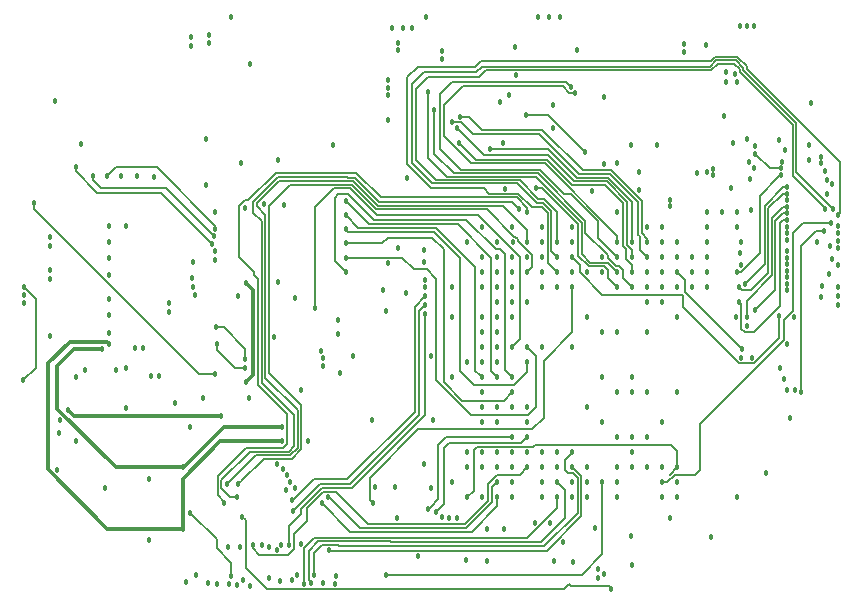
<source format=gbr>
G04 #@! TF.FileFunction,Copper,L3,Inr,Signal*
%FSLAX46Y46*%
G04 Gerber Fmt 4.6, Leading zero omitted, Abs format (unit mm)*
G04 Created by KiCad (PCBNEW 4.0.6-e0-6349~53~ubuntu16.04.1) date Sat May  6 10:48:22 2017*
%MOMM*%
%LPD*%
G01*
G04 APERTURE LIST*
%ADD10C,0.100000*%
%ADD11C,0.457200*%
%ADD12C,0.200000*%
%ADD13C,0.150000*%
%ADD14C,0.300000*%
G04 APERTURE END LIST*
D10*
D11*
X153200000Y-110600000D03*
X152600000Y-110600000D03*
X152000000Y-110600000D03*
X105918000Y-157035500D03*
X123444000Y-110744000D03*
X124206000Y-110744000D03*
X122555000Y-110744000D03*
X148323000Y-123050000D03*
X151587797Y-114645506D03*
X122936000Y-152273000D03*
X116713000Y-157734000D03*
X108648500Y-154686000D03*
X132105000Y-124348890D03*
X114808000Y-154432000D03*
X112141000Y-157353000D03*
X128778000Y-155829000D03*
X155952528Y-129635875D03*
X159385000Y-124841000D03*
X156591000Y-135255000D03*
X151993600Y-129792279D03*
X155800000Y-121100000D03*
X155400000Y-139500000D03*
X131940000Y-120510000D03*
X149540000Y-153810000D03*
X93540000Y-129171620D03*
X93540000Y-128470580D03*
X93540000Y-136867820D03*
X93540000Y-131970700D03*
X93540000Y-131269660D03*
X98614660Y-127510000D03*
X100014200Y-127510000D03*
X103640000Y-134068740D03*
X103640000Y-134767240D03*
X106553000Y-142113000D03*
X147265000Y-112110000D03*
X147240000Y-112810000D03*
X150845000Y-115325000D03*
X151785000Y-115325000D03*
X150845000Y-114485000D03*
X121793000Y-132969000D03*
X122174000Y-130678600D03*
X94361000Y-145034000D03*
X137900000Y-156000000D03*
X144957000Y-120700000D03*
X143421000Y-122974000D03*
X96202000Y-120541000D03*
X94002000Y-116941000D03*
X115402006Y-145741000D03*
X114805000Y-141400000D03*
X94202000Y-148141000D03*
X98202000Y-149741000D03*
X102002000Y-148941000D03*
X102002000Y-154141000D03*
X100752000Y-137840994D03*
X101413740Y-137850000D03*
X98602000Y-136541000D03*
X98602000Y-135091000D03*
X98602000Y-133691000D03*
X98602000Y-131641000D03*
X98602000Y-130191000D03*
X98602000Y-128841000D03*
X100005000Y-142900000D03*
X104140000Y-142494000D03*
X112882400Y-121963000D03*
X111671000Y-125646000D03*
X106805000Y-124077000D03*
X106807000Y-120142000D03*
X109766000Y-122150000D03*
X107061000Y-111379000D03*
X107060994Y-112014000D03*
X110528000Y-113830000D03*
X126746000Y-112692000D03*
X126746000Y-113411000D03*
X132461000Y-116459000D03*
X123063000Y-112014000D03*
X123063000Y-112649000D03*
X137791749Y-127638251D03*
X149225000Y-122936000D03*
X149733000Y-122682000D03*
X149733000Y-123190000D03*
X143421000Y-124460000D03*
X142875000Y-156210000D03*
X135255000Y-137795000D03*
X142875000Y-141605000D03*
X144145000Y-141605000D03*
X142875000Y-140335000D03*
X127635000Y-140335000D03*
X128905000Y-139065000D03*
X130175000Y-150495000D03*
X112882400Y-132275000D03*
X151765000Y-150495000D03*
X127635000Y-132715000D03*
X127635000Y-135255000D03*
X137795000Y-137795000D03*
X140335000Y-140335000D03*
X141605000Y-141605000D03*
X139065000Y-142875000D03*
X128905000Y-128905000D03*
X130175000Y-127635000D03*
X132715000Y-127635000D03*
X135255000Y-127635000D03*
X136205000Y-119250000D03*
X136205000Y-117250000D03*
X141605000Y-136525000D03*
X140335000Y-136525000D03*
X139065000Y-135255000D03*
X144145000Y-136525000D03*
X144145000Y-127635000D03*
X145415000Y-127635000D03*
X149225000Y-127635000D03*
X102112411Y-140228610D03*
X117513000Y-120693000D03*
X102813280Y-140208000D03*
X113405000Y-125730000D03*
X114300000Y-133604000D03*
X105537000Y-112268000D03*
X105537000Y-111506000D03*
X153289000Y-120749600D03*
X157861000Y-120634620D03*
X122174000Y-116459000D03*
X122174000Y-115824000D03*
X122155000Y-115150000D03*
X146050000Y-125349000D03*
X146050000Y-125857000D03*
X124714000Y-155448000D03*
X155957342Y-128678664D03*
X123805000Y-123444000D03*
X122800000Y-149600000D03*
X121100000Y-149600000D03*
X140455000Y-116600000D03*
X140455000Y-122308000D03*
X125387000Y-109850000D03*
X108877000Y-109850000D03*
X134912000Y-109850000D03*
X135801000Y-109850000D03*
X136774000Y-109850000D03*
X151384000Y-120523000D03*
X155340000Y-120271000D03*
X132969000Y-112395000D03*
X131705000Y-117050000D03*
X133005022Y-114753954D03*
X95758000Y-145700000D03*
X109474000Y-133477000D03*
X96516620Y-139700000D03*
X110105000Y-125984000D03*
X113157000Y-154559000D03*
X122005000Y-134750000D03*
X122205000Y-118550000D03*
X123063000Y-129413000D03*
X141605000Y-126365000D03*
X158051500Y-117094000D03*
X123761500Y-133159500D03*
X119205000Y-138550000D03*
X125805000Y-138550000D03*
X120805000Y-143950000D03*
X126005000Y-143950000D03*
X156250000Y-143800000D03*
X151200004Y-124300000D03*
X141605000Y-122150000D03*
X142748000Y-153797000D03*
X146685000Y-135255000D03*
X145415000Y-133985000D03*
X144145000Y-133985000D03*
X109410500Y-157924500D03*
X136271000Y-155892500D03*
X130619500Y-155892500D03*
X146050000Y-152273000D03*
X142875000Y-146685000D03*
X141605000Y-149225000D03*
X146685000Y-150495000D03*
X160337500Y-127508000D03*
X160274000Y-132715000D03*
X160274000Y-133477002D03*
X160274002Y-134239000D03*
X160274000Y-129413001D03*
X160274000Y-128777998D03*
X160274000Y-128143002D03*
X160274000Y-130810000D03*
X142875000Y-145415000D03*
X141605000Y-150495000D03*
X145415000Y-150495000D03*
X159639000Y-129206600D03*
X158956390Y-132588000D03*
X139065000Y-150495000D03*
X140462000Y-156972000D03*
X137795000Y-150495000D03*
X115062000Y-157861000D03*
X136525000Y-150495000D03*
X107759500Y-157797500D03*
X135255000Y-150495000D03*
X113030000Y-157607000D03*
X132715000Y-150495000D03*
X116586000Y-151003000D03*
X131445000Y-150495000D03*
X146685000Y-147955000D03*
X128905000Y-150495000D03*
X128048575Y-152264857D03*
X137033000Y-154253000D03*
X127635000Y-149225000D03*
X146685000Y-149225000D03*
X159666321Y-127294224D03*
X145415000Y-149225000D03*
X158496000Y-128836642D03*
X159512000Y-131572000D03*
X122047000Y-157035500D03*
X140335000Y-149225000D03*
X139954000Y-157353000D03*
X139065000Y-149225000D03*
X137795000Y-149225000D03*
X132016500Y-153162000D03*
X115697000Y-157734000D03*
X136525000Y-149225000D03*
X117729000Y-157861000D03*
X135255000Y-149225000D03*
X112762999Y-154953001D03*
X132715000Y-149225000D03*
X117094000Y-150495000D03*
X131445000Y-149225000D03*
X145415000Y-147955000D03*
X128905000Y-146685000D03*
X157200000Y-141600000D03*
X159111324Y-127979430D03*
X144145000Y-147955000D03*
X156618093Y-141434328D03*
X159766000Y-130302000D03*
X142875000Y-147955000D03*
X155967997Y-141390379D03*
X141605000Y-147955000D03*
X158877000Y-133556400D03*
X139954000Y-156591000D03*
X139065000Y-147955000D03*
X117221000Y-154952632D03*
X137795000Y-147955000D03*
X108775500Y-157861000D03*
X136525000Y-147955000D03*
X117770502Y-157193527D03*
X135255000Y-147955000D03*
X110744000Y-154559000D03*
X133985000Y-147955000D03*
X125222000Y-147701000D03*
X111506000Y-154559000D03*
X125870000Y-149720000D03*
X132715000Y-147955000D03*
X112141000Y-154686000D03*
X128905000Y-147955000D03*
X131445000Y-147955000D03*
X130605000Y-153150000D03*
X130175000Y-147955000D03*
X154200000Y-148400000D03*
X138200000Y-112600000D03*
X139700000Y-153100000D03*
X141605000Y-145415000D03*
X132715000Y-135255000D03*
X132715000Y-132715000D03*
X115951000Y-157099000D03*
X137795000Y-146685000D03*
X135890000Y-152653996D03*
X136525000Y-146685000D03*
X134620000Y-152654000D03*
X135255000Y-146685000D03*
X133985000Y-146685000D03*
X132715000Y-146685000D03*
X114046000Y-157480000D03*
X131445000Y-146685000D03*
X114506402Y-157099000D03*
X130175000Y-146685000D03*
X109664500Y-154686000D03*
X144145000Y-145415000D03*
X126238000Y-151765000D03*
X133985000Y-145415000D03*
X125603000Y-151511000D03*
X132715000Y-145415000D03*
X145415000Y-144145000D03*
X140335000Y-144145000D03*
X149140000Y-112210000D03*
X133985000Y-144145000D03*
X113665000Y-148590000D03*
X131445000Y-144145000D03*
X113919000Y-149225000D03*
X130175000Y-144145000D03*
X113538000Y-149860000D03*
X133985000Y-142875000D03*
X114300000Y-149733000D03*
X132715000Y-142875000D03*
X112776000Y-147701000D03*
X131445000Y-142875000D03*
X113284000Y-148082000D03*
X130175000Y-142875000D03*
X146685000Y-141605000D03*
X118600000Y-129000000D03*
X132715000Y-141605000D03*
X118100000Y-140000000D03*
X130175000Y-141605000D03*
X118600000Y-131400000D03*
X132715000Y-140335000D03*
X118600000Y-125400000D03*
X131445000Y-140335000D03*
X118600000Y-126600000D03*
X130175000Y-140335000D03*
X118600000Y-127800000D03*
X133985000Y-139065000D03*
X118000000Y-136700000D03*
X131445000Y-139065000D03*
X118000000Y-135500000D03*
X130175000Y-139065000D03*
X118600000Y-130200000D03*
X133985000Y-137795000D03*
X116000000Y-134500000D03*
X132715000Y-137795000D03*
X116700000Y-138700000D03*
X131445000Y-137795000D03*
X110400000Y-142100000D03*
X130175000Y-137795000D03*
X116507199Y-138100000D03*
X131445000Y-136525000D03*
X116718781Y-139338308D03*
X130175000Y-136525000D03*
X113792000Y-154559000D03*
X125349000Y-135001000D03*
X131445000Y-135255000D03*
X114147384Y-151629462D03*
X125349000Y-134239000D03*
X130175000Y-135255000D03*
X134005000Y-133950000D03*
X125205000Y-129550000D03*
X114046000Y-150749000D03*
X125349000Y-133477000D03*
X132715000Y-133985000D03*
X131405000Y-133950000D03*
X125205000Y-130550000D03*
X155951694Y-127007090D03*
X151886602Y-133916811D03*
X155945085Y-126449917D03*
X153289000Y-134619990D03*
X155965732Y-125893088D03*
X152549610Y-135210000D03*
X149225000Y-132715000D03*
X152549610Y-136010000D03*
X147955000Y-132715000D03*
X146685000Y-132715000D03*
X145415000Y-132715000D03*
X155956595Y-131864598D03*
X144145000Y-132715000D03*
X126111000Y-117729000D03*
X142875000Y-132715000D03*
X134747000Y-124333000D03*
X141605000Y-132715000D03*
X105092500Y-157670500D03*
X120967500Y-151003000D03*
X137795000Y-132715000D03*
X152123390Y-138715827D03*
X136525000Y-132715000D03*
X142748000Y-120650000D03*
X135255000Y-132715000D03*
X159750000Y-124000000D03*
X125349000Y-132715000D03*
X131445000Y-132715000D03*
X159350000Y-123600000D03*
X130175000Y-132715000D03*
X125349000Y-132080000D03*
X155955466Y-125335970D03*
X155946674Y-124778828D03*
X151900000Y-132700000D03*
X156000563Y-124224228D03*
X152412820Y-132412820D03*
X149225000Y-131445000D03*
X155475982Y-123179154D03*
X151740000Y-131410000D03*
X147955000Y-131445000D03*
X152146002Y-137922000D03*
X155568252Y-122066511D03*
X146685000Y-131445000D03*
X155959019Y-130750192D03*
X145415000Y-131445000D03*
X155954885Y-131307389D03*
X144145000Y-131445000D03*
X128231240Y-120523000D03*
X142875000Y-131445000D03*
X125603000Y-116205000D03*
X141605000Y-131445000D03*
X140335000Y-131445000D03*
X139065000Y-131445000D03*
X137795000Y-131445000D03*
X160274000Y-126619000D03*
X136477400Y-131445000D03*
X153035000Y-138684000D03*
X151696400Y-135255000D03*
X135255000Y-131445000D03*
X109537498Y-149352000D03*
X133985000Y-131445000D03*
X150622000Y-118237000D03*
X132715000Y-131445000D03*
X131445000Y-131445000D03*
X152590500Y-120142000D03*
X130175000Y-131445000D03*
X152091444Y-130810000D03*
X152908000Y-126174500D03*
X152096390Y-128910000D03*
X149225000Y-130175000D03*
X155509107Y-122620575D03*
X153308000Y-121414000D03*
X147955000Y-130175000D03*
X155948285Y-127564292D03*
X146685000Y-130175000D03*
X155948797Y-130193074D03*
X145415000Y-130175000D03*
X127635000Y-118749240D03*
X144145000Y-130175000D03*
X128019380Y-119249620D03*
X142875000Y-130175000D03*
X137690643Y-115731469D03*
X141605000Y-130175000D03*
X155953444Y-132421801D03*
X140335000Y-130175000D03*
X155321001Y-135128000D03*
X137795000Y-130175000D03*
X159884856Y-126078423D03*
X136525000Y-130175000D03*
X156004531Y-132976666D03*
X135255000Y-130175000D03*
X108331000Y-151003000D03*
X133985000Y-126301500D03*
X133985000Y-130175000D03*
X132715000Y-130175000D03*
X131445000Y-130175000D03*
X130175000Y-130175000D03*
X152809061Y-123520147D03*
X153170331Y-122588085D03*
X149225000Y-128905000D03*
X152740000Y-122100000D03*
X155949843Y-128121502D03*
X146685000Y-128905000D03*
X145415000Y-128905000D03*
X144145000Y-128905000D03*
X128270000Y-118248860D03*
X130810000Y-121031000D03*
X142875000Y-128905000D03*
X138002580Y-116252420D03*
X141605000Y-128905000D03*
X137795000Y-128905000D03*
X159233066Y-126038456D03*
X136525000Y-128905000D03*
X108585000Y-149352000D03*
X133985000Y-128905000D03*
X133286500Y-126047500D03*
X109410500Y-150495000D03*
X132764066Y-128855934D03*
X158821390Y-122206565D03*
X151765000Y-127635000D03*
X158821390Y-121649352D03*
X151765000Y-126365000D03*
X157861000Y-121920000D03*
X149225000Y-126365000D03*
X150495000Y-126365000D03*
X126746000Y-152146000D03*
X127381000Y-152273000D03*
X133858000Y-118110001D03*
X138905000Y-121250000D03*
X91376500Y-132715000D03*
X91313000Y-140589000D03*
X94389808Y-143925692D03*
X91355578Y-133370922D03*
X91366406Y-134058594D03*
X95758000Y-140335000D03*
X108077000Y-143637000D03*
X95117080Y-143123080D03*
X98002000Y-137941000D03*
X113202000Y-144541000D03*
X104802000Y-147941000D03*
X98602000Y-137541000D03*
X113202000Y-145741000D03*
X104802000Y-153141000D03*
X99202000Y-139741000D03*
X100002000Y-139541000D03*
X105854500Y-133350000D03*
X105727500Y-132651500D03*
X105600500Y-131953000D03*
X105727500Y-130556000D03*
X155701996Y-140462000D03*
X159200000Y-122850000D03*
X109855000Y-152146000D03*
X141097000Y-158242000D03*
X155956000Y-137541000D03*
X110553500Y-157988000D03*
X112569610Y-136906000D03*
X105410000Y-144526000D03*
X109924873Y-157471078D03*
X106934000Y-157734000D03*
X107569000Y-130429000D03*
X102405000Y-123360000D03*
X107569000Y-129667000D03*
X100965000Y-123317000D03*
X107315000Y-129032000D03*
X95758000Y-122555000D03*
X107442000Y-128397000D03*
X97193000Y-123317000D03*
X107569000Y-127762000D03*
X98381000Y-123317000D03*
X107569000Y-126365000D03*
X99606000Y-123317000D03*
X110202000Y-140741000D03*
X110202000Y-132341000D03*
X92201984Y-125541000D03*
X107569000Y-140081000D03*
X107639723Y-136087723D03*
X110109000Y-138811000D03*
X107696000Y-137541000D03*
X110109000Y-139573000D03*
X135255000Y-128905000D03*
X108902500Y-157162500D03*
X105473500Y-151828500D03*
X131445000Y-128905000D03*
X139446000Y-124587000D03*
D12*
X115950330Y-153924000D02*
X115062000Y-154812330D01*
X136525000Y-151383330D02*
X133984330Y-153924000D01*
X136525000Y-150495000D02*
X136525000Y-151383330D01*
X133984330Y-153924000D02*
X115950330Y-153924000D01*
X115062000Y-157537711D02*
X115062000Y-157861000D01*
X115062000Y-154812330D02*
X115062000Y-157537711D01*
X116586000Y-151003000D02*
X118999000Y-153416000D01*
X118999000Y-153416000D02*
X129286000Y-153416000D01*
X129286000Y-153416000D02*
X131445000Y-151257000D01*
X131445000Y-151257000D02*
X131445000Y-150495000D01*
X128905000Y-150495000D02*
X129476500Y-149923500D01*
X129476500Y-146494500D02*
X129747990Y-146223010D01*
X129476500Y-149923500D02*
X129476500Y-146494500D01*
X129747990Y-146223010D02*
X134446990Y-146223010D01*
X134446990Y-146223010D02*
X134620000Y-146050000D01*
X134620000Y-146050000D02*
X146177000Y-146050000D01*
X146177000Y-146050000D02*
X146685000Y-146558000D01*
X146685000Y-146558000D02*
X146685000Y-147955000D01*
X146685000Y-147955000D02*
X146050000Y-148590000D01*
X148590000Y-148209000D02*
X148590000Y-144272000D01*
X148590000Y-144272000D02*
X155702000Y-137160000D01*
X145839278Y-149225000D02*
X146474278Y-148590000D01*
X155702000Y-135509670D02*
X156464000Y-134747670D01*
X148209000Y-148590000D02*
X148590000Y-148209000D01*
X157312776Y-127294224D02*
X159343032Y-127294224D01*
X156464000Y-134747670D02*
X156464000Y-128143000D01*
X145415000Y-149225000D02*
X145839278Y-149225000D01*
X156464000Y-128143000D02*
X157312776Y-127294224D01*
X146474278Y-148590000D02*
X148209000Y-148590000D01*
X155702000Y-137160000D02*
X155702000Y-135509670D01*
X159343032Y-127294224D02*
X159666321Y-127294224D01*
X122370289Y-157035500D02*
X122047000Y-157035500D01*
X140335000Y-149225000D02*
X140335000Y-155321000D01*
X140335000Y-155321000D02*
X138620500Y-157035500D01*
X138620500Y-157035500D02*
X122370289Y-157035500D01*
X136525000Y-149225000D02*
X137160000Y-149860000D01*
X115468401Y-157505401D02*
X115697000Y-157734000D01*
X137160000Y-149860000D02*
X137160000Y-152273000D01*
X137160000Y-152273000D02*
X135128000Y-154305000D01*
X135128000Y-154305000D02*
X122428000Y-154305000D01*
X122428000Y-154305000D02*
X122347011Y-154224011D01*
X122347011Y-154224011D02*
X116285319Y-154224011D01*
X116285319Y-154224011D02*
X115468401Y-155040929D01*
X115468401Y-155040929D02*
X115468401Y-157505401D01*
X131445000Y-149225000D02*
X131016399Y-149653601D01*
X131016399Y-149653601D02*
X131016399Y-150923601D01*
X119824500Y-153098500D02*
X117221000Y-150495000D01*
X131016399Y-150923601D02*
X128841500Y-153098500D01*
X128841500Y-153098500D02*
X119824500Y-153098500D01*
X117221000Y-150495000D02*
X117094000Y-150495000D01*
X158405570Y-127979430D02*
X157200000Y-129185000D01*
X157200000Y-129185000D02*
X157200000Y-141276711D01*
X157200000Y-141276711D02*
X157200000Y-141600000D01*
X159111324Y-127979430D02*
X158405570Y-127979430D01*
X137795000Y-147955000D02*
X138557000Y-148717000D01*
X138557000Y-148717000D02*
X138557000Y-152094670D01*
X135648170Y-155003500D02*
X117271868Y-155003500D01*
X138557000Y-152094670D02*
X135648170Y-155003500D01*
X117271868Y-155003500D02*
X117221000Y-154952632D01*
X133985000Y-147955000D02*
X133350000Y-148590000D01*
X133350000Y-148590000D02*
X131445670Y-148590000D01*
X131445670Y-148590000D02*
X130683000Y-149352670D01*
X116676879Y-150066399D02*
X115316000Y-151427278D01*
X115316000Y-152527000D02*
X114220601Y-153622399D01*
X130683000Y-149352670D02*
X130683000Y-150832722D01*
X130683000Y-150832722D02*
X128734722Y-152781000D01*
X128734722Y-152781000D02*
X120523000Y-152781000D01*
X120523000Y-152781000D02*
X117808399Y-150066399D01*
X117808399Y-150066399D02*
X116676879Y-150066399D01*
X115316000Y-151427278D02*
X115316000Y-152527000D01*
X114220601Y-153622399D02*
X114220601Y-154892399D01*
X114220601Y-154892399D02*
X113731398Y-155381602D01*
X110744000Y-154813000D02*
X110744000Y-154559000D01*
X113731398Y-155381602D02*
X111312602Y-155381602D01*
X111312602Y-155381602D02*
X110744000Y-154813000D01*
X115951000Y-157099000D02*
X115951000Y-155194000D01*
X117948022Y-154524022D02*
X118046500Y-154622500D01*
X115951000Y-155194000D02*
X116620978Y-154524022D01*
X138256990Y-151811010D02*
X138256990Y-148841268D01*
X116620978Y-154524022D02*
X117948022Y-154524022D01*
X137878722Y-148463000D02*
X137414000Y-148463000D01*
X118046500Y-154622500D02*
X135445500Y-154622500D01*
X135445500Y-154622500D02*
X138256990Y-151811010D01*
X138256990Y-148841268D02*
X137878722Y-148463000D01*
X137566401Y-146913599D02*
X137795000Y-146685000D01*
X137414000Y-148463000D02*
X137160000Y-148209000D01*
X137160000Y-148209000D02*
X137160000Y-147320000D01*
X137160000Y-147320000D02*
X137566401Y-146913599D01*
X126974599Y-146329401D02*
X126974599Y-151028401D01*
X127381000Y-145923000D02*
X126974599Y-146329401D01*
X133477000Y-145923000D02*
X127381000Y-145923000D01*
X133985000Y-145415000D02*
X133477000Y-145923000D01*
X126974599Y-151028401D02*
X126466599Y-151536401D01*
X126466599Y-151536401D02*
X126238000Y-151765000D01*
X126466599Y-150647401D02*
X125831599Y-151282401D01*
X127127000Y-145415000D02*
X126466599Y-146075401D01*
X132715000Y-145415000D02*
X127127000Y-145415000D01*
X126466599Y-146075401D02*
X126466599Y-150647401D01*
X125831599Y-151282401D02*
X125603000Y-151511000D01*
X118600000Y-129000000D02*
X121700000Y-129000000D01*
X132695000Y-141605000D02*
X132715000Y-141605000D01*
X121700000Y-129000000D02*
X122200000Y-128500000D01*
X122200000Y-128500000D02*
X125900000Y-128500000D01*
X125900000Y-128500000D02*
X126900000Y-129500000D01*
X126900000Y-129500000D02*
X126900000Y-140700000D01*
X126900000Y-140700000D02*
X128500000Y-142300000D01*
X128500000Y-142300000D02*
X132003601Y-142300000D01*
X132003601Y-142300000D02*
X132003601Y-142296399D01*
X132003601Y-142296399D02*
X132695000Y-141605000D01*
X118600000Y-131400000D02*
X117700000Y-130500000D01*
X117700000Y-130500000D02*
X117700000Y-125124000D01*
X117700000Y-125124000D02*
X117983000Y-124841000D01*
X117983000Y-124841000D02*
X118828721Y-124841000D01*
X118828721Y-124841000D02*
X120987721Y-127000000D01*
X128831670Y-127000000D02*
X131331670Y-129500000D01*
X120987721Y-127000000D02*
X128831670Y-127000000D01*
X131331670Y-129500000D02*
X131700000Y-129500000D01*
X131700000Y-129500000D02*
X132100000Y-129900000D01*
X132100000Y-129900000D02*
X132100000Y-139720000D01*
X132100000Y-139720000D02*
X132486401Y-140106401D01*
X132486401Y-140106401D02*
X132715000Y-140335000D01*
X130900000Y-139790000D02*
X131216401Y-140106401D01*
X130900000Y-130191670D02*
X130900000Y-139790000D01*
X128089330Y-127381000D02*
X130900000Y-130191670D01*
X118600000Y-125400000D02*
X120581000Y-127381000D01*
X120581000Y-127381000D02*
X128089330Y-127381000D01*
X131216401Y-140106401D02*
X131445000Y-140335000D01*
X129946401Y-140106401D02*
X130175000Y-140335000D01*
X129600000Y-139760000D02*
X129946401Y-140106401D01*
X129600000Y-131000000D02*
X129600000Y-139760000D01*
X126281011Y-127681011D02*
X129600000Y-131000000D01*
X119681011Y-127681011D02*
X126281011Y-127681011D01*
X118600000Y-126600000D02*
X119681011Y-127681011D01*
X129500000Y-141000000D02*
X132900000Y-141000000D01*
X133985000Y-139388289D02*
X133985000Y-139065000D01*
X118600000Y-127800000D02*
X118828599Y-128028599D01*
X128300000Y-139800000D02*
X129500000Y-141000000D01*
X133985000Y-139915000D02*
X133985000Y-139388289D01*
X118828599Y-128028599D02*
X126128599Y-128028599D01*
X126128599Y-128028599D02*
X128300000Y-130200000D01*
X128300000Y-130200000D02*
X128300000Y-139800000D01*
X132900000Y-141000000D02*
X133985000Y-139915000D01*
X134700000Y-142868330D02*
X134700000Y-138510000D01*
X134700000Y-138510000D02*
X133985000Y-137795000D01*
X129205012Y-143500000D02*
X134068330Y-143500000D01*
X134068330Y-143500000D02*
X134700000Y-142868330D01*
X126300000Y-132000000D02*
X126300000Y-140594988D01*
X126300000Y-140594988D02*
X129205012Y-143500000D01*
X125500000Y-131200000D02*
X126300000Y-132000000D01*
X124400000Y-131200000D02*
X125500000Y-131200000D01*
X123400000Y-130200000D02*
X124400000Y-131200000D01*
X118600000Y-130200000D02*
X123400000Y-130200000D01*
X132715000Y-137795000D02*
X133400000Y-137110000D01*
X133400000Y-137110000D02*
X133400000Y-130161500D01*
X133400000Y-130161500D02*
X129857500Y-126619000D01*
X129857500Y-126619000D02*
X121285000Y-126619000D01*
X121285000Y-126619000D02*
X118999000Y-124333000D01*
X118999000Y-124333000D02*
X117602000Y-124333000D01*
X117602000Y-124333000D02*
X116000000Y-125935000D01*
X116000000Y-125935000D02*
X116000000Y-134500000D01*
X125349000Y-135001000D02*
X125349000Y-143510000D01*
X125349000Y-143510000D02*
X119126000Y-149733000D01*
X116586000Y-149733000D02*
X114808000Y-151511000D01*
X119126000Y-149733000D02*
X116586000Y-149733000D01*
X114808000Y-151511000D02*
X114808000Y-151892000D01*
X114808000Y-151892000D02*
X113792000Y-152908000D01*
X113792000Y-152908000D02*
X113792000Y-154559000D01*
X114375983Y-151400863D02*
X114147384Y-151629462D01*
X124841000Y-134747000D02*
X124841000Y-143510000D01*
X116424846Y-149352000D02*
X114375983Y-151400863D01*
X124841000Y-143510000D02*
X118999000Y-149352000D01*
X118999000Y-149352000D02*
X116424846Y-149352000D01*
X125349000Y-134239000D02*
X124841000Y-134747000D01*
X125349000Y-133477000D02*
X124460000Y-134366000D01*
X124460000Y-134366000D02*
X124460000Y-143256000D01*
X124460000Y-143256000D02*
X118745000Y-148971000D01*
X118745000Y-148971000D02*
X115951000Y-148971000D01*
X115951000Y-148971000D02*
X114173000Y-150749000D01*
X114173000Y-150749000D02*
X114046000Y-150749000D01*
D13*
X152400000Y-136500000D02*
X153200000Y-136500000D01*
X155628405Y-127007090D02*
X155951694Y-127007090D01*
X155371401Y-127264094D02*
X155628405Y-127007090D01*
X155371401Y-134328599D02*
X155371401Y-127264094D01*
X153200000Y-136500000D02*
X155371401Y-134328599D01*
X152115201Y-136215201D02*
X152400000Y-136500000D01*
X151886602Y-133916811D02*
X152115201Y-134145410D01*
X152115201Y-134145410D02*
X152115201Y-136215201D01*
X153289000Y-134619990D02*
X155000000Y-132908990D01*
X155621796Y-126449917D02*
X155945085Y-126449917D01*
X155000000Y-132908990D02*
X155000000Y-127071713D01*
X155000000Y-127071713D02*
X155621796Y-126449917D01*
X152549610Y-133850390D02*
X154700000Y-131700000D01*
X152549610Y-135210000D02*
X152549610Y-133850390D01*
X155642443Y-125893088D02*
X155965732Y-125893088D01*
X154700000Y-126835531D02*
X155642443Y-125893088D01*
X154700000Y-131700000D02*
X154700000Y-126835531D01*
X126111000Y-118052289D02*
X126111000Y-117729000D01*
X127762000Y-123063000D02*
X126111000Y-121412000D01*
X138903020Y-127054410D02*
X134911610Y-123063000D01*
X138903020Y-128071690D02*
X138903020Y-127054410D01*
X140843000Y-130258722D02*
X140843000Y-130011670D01*
X141521278Y-130937000D02*
X140843000Y-130258722D01*
X141768330Y-130937000D02*
X141521278Y-130937000D01*
X142113000Y-131953000D02*
X142113000Y-131281670D01*
X142875000Y-132715000D02*
X142113000Y-131953000D01*
X140843000Y-130011670D02*
X138903020Y-128071690D01*
X134911610Y-123063000D02*
X127762000Y-123063000D01*
X142113000Y-131281670D02*
X141768330Y-130937000D01*
X126111000Y-121412000D02*
X126111000Y-118052289D01*
X138303000Y-130048000D02*
X138303000Y-127381000D01*
X140843000Y-131953000D02*
X140843000Y-131281670D01*
X141605000Y-132715000D02*
X140843000Y-131953000D01*
X140843000Y-131281670D02*
X140498330Y-130937000D01*
X140498330Y-130937000D02*
X139192000Y-130937000D01*
X139192000Y-130937000D02*
X138303000Y-130048000D01*
X138303000Y-127381000D02*
X135255000Y-124333000D01*
X135255000Y-124333000D02*
X135211722Y-124333000D01*
X135211722Y-124333000D02*
X134747000Y-124333000D01*
D12*
X124777500Y-144716500D02*
X120671399Y-148822601D01*
X120671399Y-148822601D02*
X120671399Y-150706899D01*
X120671399Y-150706899D02*
X120967500Y-151003000D01*
X134429500Y-144716500D02*
X124777500Y-144716500D01*
X135382000Y-143764000D02*
X134429500Y-144716500D01*
X135382000Y-138938000D02*
X135382000Y-143764000D01*
X137795000Y-136525000D02*
X135382000Y-138938000D01*
X137795000Y-132715000D02*
X137795000Y-136525000D01*
D13*
X152128599Y-132928599D02*
X152971401Y-132928599D01*
X155623385Y-124778828D02*
X155946674Y-124778828D01*
X151900000Y-132700000D02*
X152128599Y-132928599D01*
X154400000Y-126002213D02*
X155623385Y-124778828D01*
X152971401Y-132928599D02*
X154400000Y-131500000D01*
X154400000Y-131500000D02*
X154400000Y-126002213D01*
X154100000Y-125801502D02*
X155677274Y-124224228D01*
X155677274Y-124224228D02*
X156000563Y-124224228D01*
X152412820Y-132412820D02*
X154100000Y-130725640D01*
X154100000Y-130725640D02*
X154100000Y-125801502D01*
X152063289Y-131410000D02*
X153700000Y-129773289D01*
X153700000Y-129773289D02*
X153700000Y-124955136D01*
X155247383Y-123407753D02*
X155475982Y-123179154D01*
X153700000Y-124955136D02*
X155247383Y-123407753D01*
X151740000Y-131410000D02*
X152063289Y-131410000D01*
X151917403Y-137693401D02*
X152146002Y-137922000D01*
X147320000Y-133095998D02*
X151917403Y-137693401D01*
X146685000Y-131445000D02*
X147320000Y-132080000D01*
X147320000Y-132080000D02*
X147320000Y-133095998D01*
X142875000Y-131445000D02*
X142875000Y-130846330D01*
X142367000Y-129492608D02*
X142121389Y-129246997D01*
X129628239Y-121919999D02*
X128459839Y-120751599D01*
X142875000Y-130846330D02*
X142367000Y-130338330D01*
X142367000Y-130338330D02*
X142367000Y-129492608D01*
X142121389Y-129246997D02*
X142121389Y-125570945D01*
X142121389Y-125570945D02*
X140594464Y-124044020D01*
X140594464Y-124044020D02*
X137760020Y-124044020D01*
X137760020Y-124044020D02*
X135635999Y-121919999D01*
X135635999Y-121919999D02*
X129628239Y-121919999D01*
X128459839Y-120751599D02*
X128231240Y-120523000D01*
X125603000Y-121793000D02*
X125603000Y-116528289D01*
X134691547Y-123345268D02*
X127155268Y-123345268D01*
X138603010Y-129923732D02*
X138603010Y-127256731D01*
X139316268Y-130636990D02*
X138603010Y-129923732D01*
X140622598Y-130636990D02*
X139316268Y-130636990D01*
X141605000Y-131445000D02*
X140796991Y-130636991D01*
X138603010Y-127256731D02*
X134691547Y-123345268D01*
X125603000Y-116528289D02*
X125603000Y-116205000D01*
X127155268Y-123345268D02*
X125603000Y-121793000D01*
X140796991Y-130636991D02*
X140622598Y-130636990D01*
D12*
X149519444Y-113538000D02*
X149865464Y-113191980D01*
X151757650Y-113191980D02*
X152571399Y-114005729D01*
X149865464Y-113191980D02*
X151757650Y-113191980D01*
X160502599Y-122136929D02*
X160502599Y-126390401D01*
X124714000Y-114046000D02*
X129540000Y-114046000D01*
X135214454Y-125903010D02*
X134348510Y-125903010D01*
X128764030Y-124319030D02*
X125843030Y-124319030D01*
X128778000Y-124333000D02*
X128764030Y-124319030D01*
X134348510Y-125903010D02*
X133223000Y-124777500D01*
X133223000Y-124777500D02*
X130746500Y-124777500D01*
X130746500Y-124777500D02*
X130302000Y-124333000D01*
X135716990Y-129791268D02*
X135716990Y-126405546D01*
X123825000Y-122301000D02*
X123825000Y-114935000D01*
X130048000Y-113538000D02*
X149519444Y-113538000D01*
X135716990Y-126405546D02*
X135214454Y-125903010D01*
X152571399Y-114205729D02*
X160502599Y-122136929D01*
X123825000Y-114935000D02*
X124714000Y-114046000D01*
X130302000Y-124333000D02*
X128778000Y-124333000D01*
X152571399Y-114005729D02*
X152571399Y-114205729D01*
X160502599Y-126390401D02*
X160274000Y-126619000D01*
X136477400Y-131445000D02*
X135716991Y-130684591D01*
X135716991Y-130684591D02*
X135716990Y-129791268D01*
X129540000Y-114046000D02*
X130048000Y-113538000D01*
X125843030Y-124319030D02*
X123825000Y-122301000D01*
X109766097Y-149123401D02*
X109537498Y-149352000D01*
X114040536Y-147221522D02*
X111667976Y-147221522D01*
X111667976Y-147221522D02*
X109766097Y-149123401D01*
X114871500Y-146390558D02*
X114040536Y-147221522D01*
X114871500Y-142684500D02*
X114871500Y-146390558D01*
X112141000Y-125810330D02*
X112141000Y-139954000D01*
X113918340Y-124032991D02*
X112141000Y-125810330D01*
X121201278Y-126111001D02*
X119123269Y-124032991D01*
X119123269Y-124032991D02*
X113918340Y-124032991D01*
X134413601Y-129969271D02*
X133192667Y-128748337D01*
X130556001Y-126111001D02*
X121201278Y-126111001D01*
X132872333Y-128427333D02*
X130556001Y-126111001D01*
X132969795Y-128427333D02*
X132872333Y-128427333D01*
X133192667Y-128650205D02*
X132969795Y-128427333D01*
X133192667Y-128748337D02*
X133192667Y-128650205D01*
X112141000Y-139954000D02*
X114871500Y-142684500D01*
X133985000Y-131445000D02*
X134413601Y-131016399D01*
X134413601Y-131016399D02*
X134413601Y-129969271D01*
D13*
X153308000Y-121414000D02*
X154514575Y-122620575D01*
X155185818Y-122620575D02*
X155509107Y-122620575D01*
X154514575Y-122620575D02*
X155185818Y-122620575D01*
X144145000Y-130175000D02*
X143510000Y-129540000D01*
X143510000Y-129540000D02*
X143510000Y-128370989D01*
X143510000Y-128370989D02*
X143391389Y-128252378D01*
X143391389Y-128252378D02*
X143391389Y-125527667D01*
X135001000Y-119761000D02*
X129413000Y-119761000D01*
X129413000Y-119761000D02*
X128401240Y-118749240D01*
X143391389Y-125527667D02*
X140972732Y-123109010D01*
X140972732Y-123109010D02*
X138349010Y-123109010D01*
X138349010Y-123109010D02*
X135001000Y-119761000D01*
X128401240Y-118749240D02*
X127635000Y-118749240D01*
X142875000Y-130175000D02*
X142875000Y-129576330D01*
X142875000Y-129576330D02*
X142421399Y-129122729D01*
X142421399Y-129122729D02*
X142421399Y-125446677D01*
X142421399Y-125446677D02*
X140718732Y-123744010D01*
X130308760Y-121539000D02*
X128019380Y-119249620D01*
X140718732Y-123744010D02*
X137968010Y-123744010D01*
X137968010Y-123744010D02*
X135763000Y-121539000D01*
X135763000Y-121539000D02*
X130308760Y-121539000D01*
X141605000Y-130175000D02*
X139954000Y-128524000D01*
X135035878Y-122762990D02*
X128350990Y-122762990D01*
X139954000Y-128524000D02*
X139954000Y-127127000D01*
X139954000Y-127127000D02*
X137668000Y-124841000D01*
X128350990Y-122762990D02*
X126619000Y-121031000D01*
X137668000Y-124841000D02*
X137113888Y-124841000D01*
X137113888Y-124841000D02*
X135035878Y-122762990D01*
X126619000Y-121031000D02*
X126619000Y-116332000D01*
X126619000Y-116332000D02*
X127635000Y-115316000D01*
X127635000Y-115316000D02*
X137275174Y-115316000D01*
X137275174Y-115316000D02*
X137690643Y-115731469D01*
D12*
X137795000Y-130175000D02*
X138430000Y-130810000D01*
X138430000Y-130810000D02*
X138430000Y-131444330D01*
X138430000Y-131444330D02*
X140335670Y-133350000D01*
X147185080Y-133350000D02*
X147185080Y-134411847D01*
X140335670Y-133350000D02*
X147185080Y-133350000D01*
X147185080Y-134411847D02*
X151917661Y-139144428D01*
X151917661Y-139144428D02*
X153208902Y-139144428D01*
X153208902Y-139144428D02*
X155321001Y-137032329D01*
X155321001Y-137032329D02*
X155321001Y-136271001D01*
X155321001Y-136271001D02*
X155321001Y-135128000D01*
X152271388Y-114329997D02*
X156764009Y-118822618D01*
X135338722Y-125602999D02*
X134810499Y-125602999D01*
X134810499Y-125602999D02*
X133127789Y-123920289D01*
X133127789Y-123920289D02*
X125952289Y-123920289D01*
X149456379Y-114025343D02*
X149989732Y-113491991D01*
X124206000Y-115526722D02*
X125224731Y-114507991D01*
X159656257Y-125849824D02*
X159884856Y-126078423D01*
X129669732Y-114507990D02*
X130152378Y-114025344D01*
X156764009Y-122957576D02*
X159656257Y-125849824D01*
X124206000Y-122174000D02*
X124206000Y-115526722D01*
X149989732Y-113491991D02*
X151633382Y-113491991D01*
X151633382Y-113491991D02*
X152271388Y-114129997D01*
X136017001Y-129667001D02*
X136017001Y-126281278D01*
X152271388Y-114129997D02*
X152271388Y-114329997D01*
X125952289Y-123920289D02*
X124206000Y-122174000D01*
X125224731Y-114507991D02*
X129669732Y-114507990D01*
X130152378Y-114025344D02*
X149456379Y-114025343D01*
X136525000Y-130175000D02*
X136017001Y-129667001D01*
X156764009Y-118822618D02*
X156764009Y-122957576D01*
X136017001Y-126281278D02*
X135338722Y-125602999D01*
X107776990Y-150321990D02*
X108331000Y-150876000D01*
X108331000Y-150876000D02*
X108331000Y-151003000D01*
X110155010Y-146321490D02*
X107776990Y-148699510D01*
X107776990Y-148699510D02*
X107776990Y-150321990D01*
X110218510Y-146321490D02*
X110155010Y-146321490D01*
X112631510Y-146321490D02*
X110218510Y-146321490D01*
X113630601Y-145977621D02*
X113304222Y-146304000D01*
X113304222Y-146304000D02*
X112649000Y-146304000D01*
X112649000Y-146304000D02*
X112631510Y-146321490D01*
X111205990Y-140987490D02*
X113630601Y-143412101D01*
X113630601Y-143412101D02*
X113630601Y-145977621D01*
X111205990Y-132033990D02*
X111205990Y-140987490D01*
X110871000Y-131445000D02*
X110871000Y-131699000D01*
X110871000Y-131699000D02*
X111205990Y-132033990D01*
X109601000Y-126428500D02*
X109601000Y-130175000D01*
X109601000Y-130175000D02*
X110871000Y-131445000D01*
X109601000Y-125853670D02*
X109601000Y-126428500D01*
X110363000Y-125349000D02*
X110105670Y-125349000D01*
X110105670Y-125349000D02*
X109601000Y-125853670D01*
X112712500Y-122999500D02*
X110363000Y-125349000D01*
X118491000Y-122999500D02*
X112712500Y-122999500D01*
X119507000Y-122999500D02*
X118491000Y-122999500D01*
X121585010Y-125077510D02*
X119507000Y-122999500D01*
X129620990Y-125077510D02*
X121585010Y-125077510D01*
X133985000Y-126301500D02*
X133985000Y-125978211D01*
X133985000Y-125978211D02*
X133084299Y-125077510D01*
X133084299Y-125077510D02*
X132740788Y-125077510D01*
X132740788Y-125077510D02*
X129620990Y-125077510D01*
D13*
X144145000Y-128905000D02*
X144145000Y-128581711D01*
X144145000Y-128581711D02*
X143691399Y-128128110D01*
X143691399Y-128128110D02*
X143691399Y-125403399D01*
X130175000Y-119380000D02*
X129043860Y-118248860D01*
X143691399Y-125403399D02*
X141097000Y-122809000D01*
X135255000Y-119380000D02*
X130175000Y-119380000D01*
X141097000Y-122809000D02*
X138684000Y-122809000D01*
X129043860Y-118248860D02*
X128270000Y-118248860D01*
X138684000Y-122809000D02*
X135255000Y-119380000D01*
X131133289Y-121031000D02*
X130810000Y-121031000D01*
X140843000Y-123444000D02*
X138176000Y-123444000D01*
X138176000Y-123444000D02*
X135763000Y-121031000D01*
X142875000Y-125476000D02*
X140843000Y-123444000D01*
X142875000Y-128905000D02*
X142875000Y-125476000D01*
X135763000Y-121031000D02*
X131133289Y-121031000D01*
X141605000Y-128905000D02*
X141605000Y-128353722D01*
X135471287Y-122220009D02*
X129256919Y-122220009D01*
X126919010Y-119882100D02*
X126919010Y-117301990D01*
X141605000Y-128353722D02*
X135471287Y-122220009D01*
X129256919Y-122220009D02*
X126919010Y-119882100D01*
X126919010Y-117301990D02*
X128524000Y-115697000D01*
X136984844Y-115697000D02*
X137540264Y-116252420D01*
X137540264Y-116252420D02*
X137679291Y-116252420D01*
X128524000Y-115697000D02*
X136984844Y-115697000D01*
X137679291Y-116252420D02*
X138002580Y-116252420D01*
D12*
X156464001Y-123269391D02*
X159004467Y-125809857D01*
X134937500Y-125222000D02*
X133335778Y-123620278D01*
X125603000Y-114935000D02*
X129921000Y-114935000D01*
X133335778Y-123620278D02*
X126245258Y-123620278D01*
X126245258Y-123620278D02*
X124587000Y-121962020D01*
X135382000Y-125222000D02*
X134937500Y-125222000D01*
X136525000Y-126365000D02*
X135382000Y-125222000D01*
X151509114Y-113792002D02*
X151971377Y-114254265D01*
X159004467Y-125809857D02*
X159233066Y-126038456D01*
X150114000Y-113792002D02*
X151509114Y-113792002D01*
X149580648Y-114325353D02*
X150114000Y-113792002D01*
X151971377Y-114454265D02*
X156464001Y-118946889D01*
X129921000Y-114935000D02*
X130530647Y-114325353D01*
X130530647Y-114325353D02*
X149580648Y-114325353D01*
X156464001Y-118946889D02*
X156464001Y-123269391D01*
X124587000Y-121962020D02*
X124587000Y-115951000D01*
X151971377Y-114254265D02*
X151971377Y-114454265D01*
X136525000Y-128905000D02*
X136525000Y-126365000D01*
X124587000Y-115951000D02*
X125603000Y-114935000D01*
X111125000Y-125857000D02*
X111823500Y-126555500D01*
X108813599Y-149123401D02*
X108585000Y-149352000D01*
X119247537Y-123732981D02*
X112949690Y-123732980D01*
X113916268Y-146921511D02*
X111015489Y-146921511D01*
X111125000Y-125557670D02*
X111125000Y-125857000D01*
X114554000Y-143129000D02*
X114554000Y-146283779D01*
X131906990Y-125810990D02*
X121325546Y-125810990D01*
X111823500Y-126555500D02*
X111823500Y-140398500D01*
X133985000Y-127889000D02*
X131906990Y-125810990D01*
X133985000Y-128905000D02*
X133985000Y-127889000D01*
X121325546Y-125810990D02*
X119247537Y-123732981D01*
X112949690Y-123732980D02*
X111125000Y-125557670D01*
X111015489Y-146921511D02*
X108813599Y-149123401D01*
X111823500Y-140398500D02*
X114554000Y-143129000D01*
X114554000Y-146283779D02*
X113916268Y-146921511D01*
X108077000Y-149034500D02*
X110490000Y-146621500D01*
X109410500Y-150495000D02*
X108839000Y-150495000D01*
X108839000Y-150495000D02*
X108077000Y-149733000D01*
X108077000Y-149733000D02*
X108077000Y-149034500D01*
X110490000Y-146621500D02*
X113792000Y-146621500D01*
X112877892Y-123380500D02*
X118745000Y-123380500D01*
X113792000Y-146621500D02*
X114236500Y-146177000D01*
X114236500Y-146177000D02*
X114236500Y-143510000D01*
X114236500Y-143510000D02*
X111506000Y-140779500D01*
X119432470Y-123432970D02*
X121475500Y-125476000D01*
X111506000Y-140779500D02*
X111506000Y-127127000D01*
X111506000Y-127127000D02*
X110807500Y-126428500D01*
X110807500Y-126428500D02*
X110807500Y-125450892D01*
X110807500Y-125450892D02*
X112877892Y-123380500D01*
X118745000Y-123380500D02*
X118797470Y-123432970D01*
X118797470Y-123432970D02*
X119432470Y-123432970D01*
X121475500Y-125476000D02*
X132715000Y-125476000D01*
X132715000Y-125476000D02*
X133286500Y-126047500D01*
D13*
X134181289Y-118110001D02*
X133858000Y-118110001D01*
X135765001Y-118110001D02*
X134181289Y-118110001D01*
X138905000Y-121250000D02*
X135765001Y-118110001D01*
D12*
X91313000Y-140589000D02*
X92392500Y-139509500D01*
X92392500Y-139509500D02*
X92392500Y-133731000D01*
X92392500Y-133731000D02*
X91376500Y-132715000D01*
D14*
X95631000Y-143637000D02*
X95117080Y-143123080D01*
X108077000Y-143637000D02*
X95631000Y-143637000D01*
X113202000Y-144541000D02*
X108316000Y-144541000D01*
X108316000Y-144541000D02*
X104916000Y-147941000D01*
X104916000Y-147941000D02*
X104802000Y-147941000D01*
X95602000Y-137941000D02*
X98002000Y-137941000D01*
X94202000Y-139341000D02*
X95602000Y-137941000D01*
X94202000Y-142990330D02*
X94202000Y-139341000D01*
X104802000Y-147941000D02*
X99152670Y-147941000D01*
X99152670Y-147941000D02*
X94202000Y-142990330D01*
X104802000Y-153141000D02*
X104802000Y-148944000D01*
X104802000Y-148944000D02*
X108005000Y-145741000D01*
X108005000Y-145741000D02*
X113202000Y-145741000D01*
X93402000Y-139141000D02*
X93402000Y-148123330D01*
X93402000Y-148123330D02*
X98419670Y-153141000D01*
X98419670Y-153141000D02*
X104478711Y-153141000D01*
X104478711Y-153141000D02*
X104802000Y-153141000D01*
X95230599Y-137312401D02*
X93402000Y-139141000D01*
X98602000Y-137541000D02*
X98373401Y-137312401D01*
X98373401Y-137312401D02*
X95230599Y-137312401D01*
D12*
X110156601Y-152447601D02*
X109855000Y-152146000D01*
X110156601Y-156511601D02*
X110156601Y-152447601D01*
X137541000Y-157861000D02*
X137112399Y-158289601D01*
X137112399Y-158289601D02*
X111934601Y-158289601D01*
X141097000Y-158242000D02*
X140868401Y-158013401D01*
X137693401Y-158013401D02*
X137541000Y-157861000D01*
X140868401Y-158013401D02*
X137693401Y-158013401D01*
X111934601Y-158289601D02*
X110156601Y-156511601D01*
X107315000Y-129032000D02*
X102966010Y-124683010D01*
X95758000Y-122878289D02*
X95758000Y-122555000D01*
X102966010Y-124683010D02*
X97562721Y-124683010D01*
X97562721Y-124683010D02*
X95758000Y-122878289D01*
X97885711Y-124333000D02*
X103378000Y-124333000D01*
X103378000Y-124333000D02*
X107442000Y-128397000D01*
X97193000Y-123317000D02*
X97193000Y-123640289D01*
X97193000Y-123640289D02*
X97885711Y-124333000D01*
X102616000Y-122555000D02*
X107569000Y-127508000D01*
X107569000Y-127508000D02*
X107569000Y-127762000D01*
X99143000Y-122555000D02*
X102616000Y-122555000D01*
X98381000Y-123317000D02*
X99143000Y-122555000D01*
D14*
X110802000Y-140141000D02*
X110802000Y-132941000D01*
X110802000Y-132941000D02*
X110202000Y-132341000D01*
X110202000Y-140741000D02*
X110802000Y-140141000D01*
D12*
X92201984Y-125864289D02*
X92201984Y-125541000D01*
X106218711Y-140081000D02*
X92201984Y-126064273D01*
X107569000Y-140081000D02*
X106218711Y-140081000D01*
X92201984Y-126064273D02*
X92201984Y-125864289D01*
X107639723Y-136087723D02*
X108274723Y-136087723D01*
X108274723Y-136087723D02*
X110109000Y-137922000D01*
X110109000Y-137922000D02*
X110109000Y-138811000D01*
X107696000Y-137541000D02*
X107696000Y-138049000D01*
X107696000Y-138049000D02*
X109220000Y-139573000D01*
X109220000Y-139573000D02*
X110109000Y-139573000D01*
X107696000Y-154813000D02*
X107696000Y-154051000D01*
X107696000Y-154051000D02*
X105473500Y-151828500D01*
X108902500Y-156019500D02*
X107696000Y-154813000D01*
X108902500Y-157162500D02*
X108902500Y-156019500D01*
M02*

</source>
